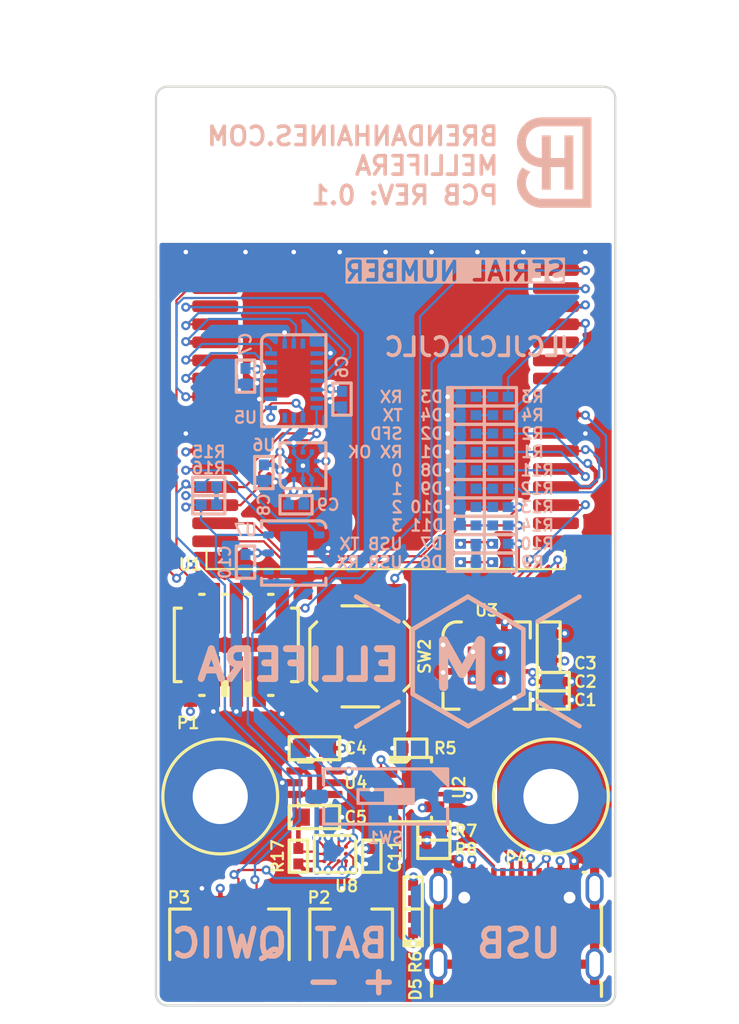
<source format=kicad_pcb>
(kicad_pcb (version 20221018) (generator pcbnew)

  (general
    (thickness 1.6)
  )

  (paper "USLetter")
  (title_block
    (title "${PROJECT_NAME}")
    (date "2022-09-27")
    (rev "${PCB_REVISION}")
    (company "Brendan Haines")
  )

  (layers
    (0 "F.Cu" signal)
    (1 "In1.Cu" signal)
    (2 "In2.Cu" signal)
    (31 "B.Cu" signal)
    (32 "B.Adhes" user "B.Adhesive")
    (33 "F.Adhes" user "F.Adhesive")
    (34 "B.Paste" user)
    (35 "F.Paste" user)
    (36 "B.SilkS" user "B.Silkscreen")
    (37 "F.SilkS" user "F.Silkscreen")
    (38 "B.Mask" user)
    (39 "F.Mask" user)
    (40 "Dwgs.User" user "User.Drawings")
    (41 "Cmts.User" user "User.Comments")
    (42 "Eco1.User" user "User.Eco1")
    (43 "Eco2.User" user "User.Eco2")
    (44 "Edge.Cuts" user)
    (45 "Margin" user)
    (46 "B.CrtYd" user "B.Courtyard")
    (47 "F.CrtYd" user "F.Courtyard")
    (48 "B.Fab" user)
    (49 "F.Fab" user)
    (50 "User.1" user)
    (51 "User.2" user)
    (52 "User.3" user)
    (53 "User.4" user)
    (54 "User.5" user)
    (55 "User.6" user)
    (56 "User.7" user)
    (57 "User.8" user)
    (58 "User.9" user)
  )

  (setup
    (stackup
      (layer "F.SilkS" (type "Top Silk Screen"))
      (layer "F.Paste" (type "Top Solder Paste"))
      (layer "F.Mask" (type "Top Solder Mask") (thickness 0.01))
      (layer "F.Cu" (type "copper") (thickness 0.035))
      (layer "dielectric 1" (type "core") (thickness 0.48) (material "FR4") (epsilon_r 4.5) (loss_tangent 0.02))
      (layer "In1.Cu" (type "copper") (thickness 0.035))
      (layer "dielectric 2" (type "prepreg") (thickness 0.48) (material "FR4") (epsilon_r 4.5) (loss_tangent 0.02))
      (layer "In2.Cu" (type "copper") (thickness 0.035))
      (layer "dielectric 3" (type "core") (thickness 0.48) (material "FR4") (epsilon_r 4.5) (loss_tangent 0.02))
      (layer "B.Cu" (type "copper") (thickness 0.035))
      (layer "B.Mask" (type "Bottom Solder Mask") (thickness 0.01))
      (layer "B.Paste" (type "Bottom Solder Paste"))
      (layer "B.SilkS" (type "Bottom Silk Screen"))
      (copper_finish "None")
      (dielectric_constraints no)
    )
    (pad_to_mask_clearance 0)
    (grid_origin 127 76.2)
    (pcbplotparams
      (layerselection 0x00010fc_ffffffff)
      (plot_on_all_layers_selection 0x0000000_00000000)
      (disableapertmacros false)
      (usegerberextensions false)
      (usegerberattributes true)
      (usegerberadvancedattributes true)
      (creategerberjobfile true)
      (dashed_line_dash_ratio 12.000000)
      (dashed_line_gap_ratio 3.000000)
      (svgprecision 4)
      (plotframeref false)
      (viasonmask false)
      (mode 1)
      (useauxorigin false)
      (hpglpennumber 1)
      (hpglpenspeed 20)
      (hpglpendiameter 15.000000)
      (dxfpolygonmode true)
      (dxfimperialunits true)
      (dxfusepcbnewfont true)
      (psnegative false)
      (psa4output false)
      (plotreference true)
      (plotvalue true)
      (plotinvisibletext false)
      (sketchpadsonfab false)
      (subtractmaskfromsilk false)
      (outputformat 1)
      (mirror false)
      (drillshape 0)
      (scaleselection 1)
      (outputdirectory "output")
    )
  )

  (property "PCB_REVISION" "0.1")
  (property "PROJECT_NAME" "MELLIFERA")

  (net 0 "")
  (net 1 "Net-(D1-PadA)")
  (net 2 "GND")
  (net 3 "Net-(D2-PadA)")
  (net 4 "Net-(D3-PadA)")
  (net 5 "Net-(D4-PadA)")
  (net 6 "/SWDIO")
  (net 7 "/SWCLK")
  (net 8 "unconnected-(P1-SWO{slash}TDO)")
  (net 9 "unconnected-(P1-NC{slash}TDI)")
  (net 10 "/N_RESET")
  (net 11 "/RX_OK_LED")
  (net 12 "/SFD_LED")
  (net 13 "/RX_LED")
  (net 14 "/TX_LED")
  (net 15 "unconnected-(U1-VCCIO_TP)")
  (net 16 "unconnected-(U1-READY)")
  (net 17 "unconnected-(U1-SPIS_MISO)")
  (net 18 "unconnected-(U1-SPIS_MOSI)")
  (net 19 "unconnected-(U1-SPIS_CLK)")
  (net 20 "unconnected-(U1-SPIS_CSn)")
  (net 21 "Net-(D5-PadA)")
  (net 22 "Net-(U2-STAT)")
  (net 23 "Net-(U2-PROG)")
  (net 24 "/USB_VBUS")
  (net 25 "/VBAT")
  (net 26 "/RX")
  (net 27 "/TX")
  (net 28 "Net-(U3-CBUS1)")
  (net 29 "Net-(U3-CBUS2)")
  (net 30 "unconnected-(U3-~{CTS})")
  (net 31 "unconnected-(U3-CBUS0)")
  (net 32 "unconnected-(U3-CBUS3)")
  (net 33 "unconnected-(U3-~{RTS})")
  (net 34 "/SDA")
  (net 35 "/SCL")
  (net 36 "Net-(D8-PadA)")
  (net 37 "Net-(D9-PadA)")
  (net 38 "Net-(D10-PadA)")
  (net 39 "Net-(D11-PadA)")
  (net 40 "/LED0")
  (net 41 "/LED1")
  (net 42 "/LED2")
  (net 43 "/LED3")
  (net 44 "VDC_3V3")
  (net 45 "unconnected-(U4-NC)")
  (net 46 "/FTDI/VDC_3V3_USB")
  (net 47 "/FTDI/N_LED_RX")
  (net 48 "/FTDI/N_LED_TX")
  (net 49 "/N_BUTTON")
  (net 50 "/INT5")
  (net 51 "/INT4")
  (net 52 "/INT1")
  (net 53 "/INT3")
  (net 54 "/INT2")
  (net 55 "/INT_DRDY")
  (net 56 "/INT_BARO")
  (net 57 "/USB_D_P")
  (net 58 "/USB_D_N")
  (net 59 "unconnected-(U5-CSB2)")
  (net 60 "unconnected-(U5-NC)")
  (net 61 "unconnected-(U5-CSB1)")
  (net 62 "unconnected-(U5-NC)_1")
  (net 63 "Net-(P4-CC1)")
  (net 64 "unconnected-(P4-SBU1)")
  (net 65 "Net-(P4-CC2)")
  (net 66 "unconnected-(P4-SBU2)")
  (net 67 "unconnected-(U7-PAD)")
  (net 68 "unconnected-(U7-NC)_1")
  (net 69 "unconnected-(U7-NC)")
  (net 70 "unconnected-(U8-NC)_1")
  (net 71 "unconnected-(U8-NC)")
  (net 72 "Net-(U4-EN)")
  (net 73 "Net-(SW1-B)")
  (net 74 "/INT_POW")
  (net 75 "Net-(U8-IN-)")
  (net 76 "Net-(U8-IN+)")

  (footprint "common:C0603" (layer "F.Cu") (at 136.017 98.552 90))

  (footprint "common:TIE_5X5" (layer "F.Cu") (at 122.809 110.382 180))

  (footprint "common:R0402" (layer "F.Cu") (at 129.667 109.728 180))

  (footprint "common:MH120X230_#4" (layer "F.Cu") (at 117.856 106.807))

  (footprint "common:TIE_5X5" (layer "F.Cu") (at 122.809 109.855 180))

  (footprint "jst:SM02B-SRSS-TB" (layer "F.Cu") (at 125.095 117.856 90))

  (footprint "common:DWM1001C" (layer "F.Cu") (at 127 76.2))

  (footprint "common:BGA40P165X139X63-12-TI_YFF" (layer "F.Cu") (at 124.206 109.982 -90))

  (footprint "common:MC-311D" (layer "F.Cu") (at 134.239 116.078))

  (footprint "common:SOT-23-5" (layer "F.Cu") (at 128.397 106.426))

  (footprint "common:C0603" (layer "F.Cu") (at 123.063 107.95))

  (footprint "common:R0402" (layer "F.Cu") (at 128.397 104.14 180))

  (footprint "common:QFN65P400X400X80-16P_FT230XQ" (layer "F.Cu") (at 132.588 99.568))

  (footprint "common:C0402" (layer "F.Cu") (at 136.271 100.457))

  (footprint "common:C0603" (layer "F.Cu") (at 123.063 104.14 180))

  (footprint "common:R0402" (layer "F.Cu") (at 129.667 108.712 180))

  (footprint "common:MH120X230_#4" (layer "F.Cu") (at 136.144 106.807))

  (footprint "common:R0402" (layer "F.Cu") (at 128.524 112.141 -90))

  (footprint "common:R0402" (layer "F.Cu") (at 122.174 110.109 90))

  (footprint "common:C0402" (layer "F.Cu") (at 136.271 101.473))

  (footprint "common:C0402" (layer "F.Cu") (at 126.238 110.109 -90))

  (footprint "common:LED0402" (layer "F.Cu") (at 128.524 113.919 90))

  (footprint "common:SOT-353" (layer "F.Cu") (at 123.063 106.045))

  (footprint "jst:SM04B-SRSS-TB" (layer "F.Cu") (at 118.364 117.856 90))

  (footprint "common:PinHeader_2x05_P1.27mm_Vertical-Samtec_FTSH-105-01-F-DV-K" (layer "F.Cu") (at 118.745 98.425 90))

  (footprint "common:SPST_SKQG" (layer "F.Cu") (at 125.603 99.06 -90))

  (footprint "common:R0402" (layer "B.Cu") (at 133.35 87.757 180))

  (footprint "common:R0402" (layer "B.Cu") (at 133.35 85.725 180))

  (footprint "common:LED0402" (layer "B.Cu") (at 131.572 88.773))

  (footprint "common:LED0402" (layer "B.Cu") (at 131.572 86.741))

  (footprint "common:C0402" (layer "B.Cu") (at 124.587 84.836 -90))

  (footprint "common:LED0402" (layer "B.Cu") (at 131.572 91.821))

  (footprint "common:LGA20-BMX055" (layer "B.Cu") (at 121.92 83.82 180))

  (footprint "common:LED0402" (layer "B.Cu") (at 131.572 90.805))

  (footprint "common:LED0402" (layer "B.Cu") (at 131.572 89.789))

  (footprint "common:R0402" (layer "B.Cu") (at 133.35 88.773 180))

  (footprint "common:LED0402" (layer "B.Cu") (at 131.572 92.837))

  (footprint "common:R0402" (layer "B.Cu") (at 133.35 91.821 180))

  (footprint "common:LED0402" (layer "B.Cu") (at 131.572 87.757))

  (footprint "common:C0402" (layer "B.Cu") (at 120.269 88.9 -90))

  (footprint "common:R0402" (layer "B.Cu") (at 133.35 90.805 180))

  (footprint "common:R0402" (layer "B.Cu") (at 133.35 84.709 180))

  (footprint "common:TDA01H0SB1" (layer "B.Cu") (at 127 106.807 180))

  (footprint "common:R0402" (layer "B.Cu") (at 133.35 93.853 180))

  (footprint "common:LED0402" (layer "B.Cu") (at 131.572 84.709))

  (footprint "common:LED0402" (layer "B.Cu") (at 131.572 93.853))

  (footprint "common:R0402" (layer "B.Cu") (at 133.35 86.741 180))

  (footprint "common:C0402" (layer "B.Cu") (at 122.047 90.678))

  (footprint "common:LED0402" (layer "B.Cu") (at 131.572 85.725))

  (footprint "common:C0402" (layer "B.Cu") (at 119.253 93.853 -90))

  (footprint "common:LGA10-BMP388" (layer "B.Cu") (at 122.428 88.519))

  (footprint "common:R0402" (layer "B.Cu") (at 117.221 89.662 180))

  (footprint "common:R0402" (layer "B.Cu") (at 117.221 90.678 180))

  (footprint "common:HDC1080DMBR" (layer "B.Cu")
    (tstamp df8e5975-7741-4127-99f0-056647cf0b33)
    (at 121.92 93.345 180)
    (property "LCSC" "C82227")
    (property "Manufacturer" "Texas Instruments")
    (property "ManufacturerPartNumber" "HDC1080DMBR")
    (property "Sheetfile" "mellifera.kicad_sch")
    (property "Sheetname" "")
    (property "ki_description" "Sensor, Temperature/Humidity, I2C")
    (path "/6fe5e11d-b660-4afa-b33f-a024e524c2c2")
    (attr smd)
    (fp_text reference "U7" (at 2.667 1.27) (layer "B.SilkS")
        (effects (font (size 0.635 0.635) (thickness 0.127)) (justify mirror))
      (tstamp fb663c65-b7a1-4d50-9d8b-13d47531b6bd)
    )
    (fp_text value "~" (at 0 -0.889) (layer "B.Fab") hide
        (effects (font (size 0.635 0.635) (thickness 0.127)) (justify mirror))
      (tstamp 5c43a8fc-bbe8-47c7-9be7-cf5261d48db5)
    )
    (fp_text user "${REFERENCE}" (at 0 0.762) (layer "B.Fab")
        (effects (font (size 0.635 0.635) (thickness 0.127)) (justify mirror))
      (tstamp 43404b56-ed23-437f-99a6-0f1b22910f6e)
    )
    (fp_line (start -1.778 -1.778) (end 1.778 -1.778)
      (stroke (width 0.1778) (type default)) (layer "B.SilkS") (tstamp 209febe3-b507-4990-817b-fe204eb72bed))
    (fp_line (start -1.778 -1.397) (end -1.778 -1.778)
      (stroke (width 0.1778) (type default)) (layer "B.SilkS") (tstamp 02edaa39-32de-4766-af90-ba07d6ca62ba))
    (fp_line (start 1.778 -1.778) (end 1.778 -1.397)
      (stroke (width 0.1778) (type default)) (layer "B.SilkS") (tstamp cf3441ce-ab2d-4ad4-a49e-195be60362d7))
    (fp_line (start 1.778 1.397) (end 1.778 1.778)
      (stroke (width 0.1778) (type default)) (layer "B.SilkS") (tstamp 9a34bf27-1bfb-42a3-9774-8859a9bc1fc2))
    (fp_line (start 1.778 1.778) (end -1.397 1.778)
      (stroke (width 0.1778) (type default)) (layer "B.SilkS") (tstamp eab56394-1204-47f6-9dd6-e4aa3ee5fa57))
    (fp_arc (start -1.397 1.778) (mid -1.666408 1.666408) (end -1.778 1.397)
      (stroke (width 0.1778) (type default)) (layer "B.SilkS") (tstamp 4f314e06-e788-4cbd-b7f8-a7d84607e2d1))
    (fp_rect (start -1.5 1.5) (end 1.5 -1.5)
      (stroke (width 0.127) (type default)) (fill none) (layer "B.Fab") (tstamp 4d44b026-c073-4689-95c0-e9051d9d13c9))
    (fp_rect (start -0.6 0.2) (end 0.6 -1.1)
      (stroke (width 0.127) (type default)) (fill none) (layer "B.Fab") (tstamp de521404-ea8c-4d76-95c4-8c47229a354d))
    (pad "0" smd roundrect (at 0 0 180) (size 1.5 2.4) (layers "B.Cu" "B.Paste" "B.Mask") (roundrect_rratio 0.05)
      (net 67 "unconnected-(U7-PAD)") (pinfunction "PAD") (pintype "no_connect") (thermal_bridge_angle 45) (tstamp 210122b5-eece-4fd9-a7b7-2e24fc11eb91))
    (pad "1" smd roundrect (at -1.4 1 180) (size 0.6 0.4) (layers "B.Cu" "B.Paste" "B.Mask")
... [904858 chars truncated]
</source>
